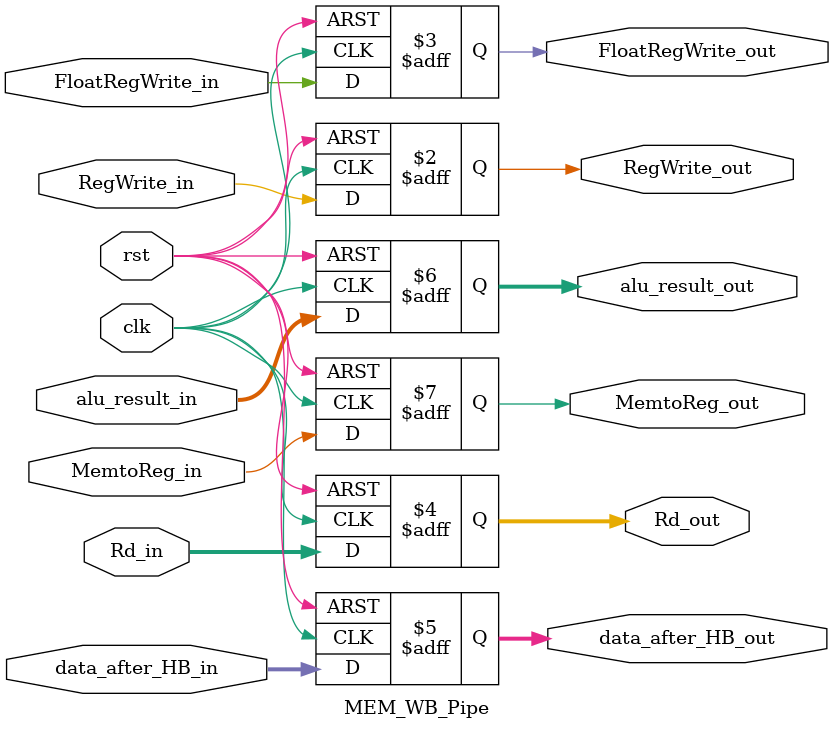
<source format=sv>
`timescale 1ns / 1ps




module MEM_WB_Pipe(
            //output
            RegWrite_out,FloatRegWrite_out,
            Rd_out,
			MemtoReg_out,data_after_HB_out, alu_result_out,
            //input
            RegWrite_in,FloatRegWrite_in,
            Rd_in,
			MemtoReg_in,data_after_HB_in,alu_result_in,
            rst,clk,
            );

output logic RegWrite_out,FloatRegWrite_out;//WB     
output logic [4:0]Rd_out;
output logic [31:0]data_after_HB_out, alu_result_out;
output logic MemtoReg_out;

input RegWrite_in,FloatRegWrite_in;
input [4:0]Rd_in;
input MemtoReg_in;
input [31:0]data_after_HB_in,alu_result_in;

input clk,rst;    

always@(posedge rst,posedge clk)
begin
    if(rst)begin
        Rd_out <= 5'd0;
        RegWrite_out <= 1'd0;
        FloatRegWrite_out<=1'd0;
		data_after_HB_out<= 32'd0;
		alu_result_out<= 32'd0;
		MemtoReg_out<=1'd0;
    end
    else begin
        Rd_out<=Rd_in;
        RegWrite_out<=RegWrite_in; 
        FloatRegWrite_out<=FloatRegWrite_in;
		data_after_HB_out<= data_after_HB_in;
		alu_result_out<= alu_result_in;
		MemtoReg_out<=MemtoReg_in;
    end
end
endmodule




</source>
